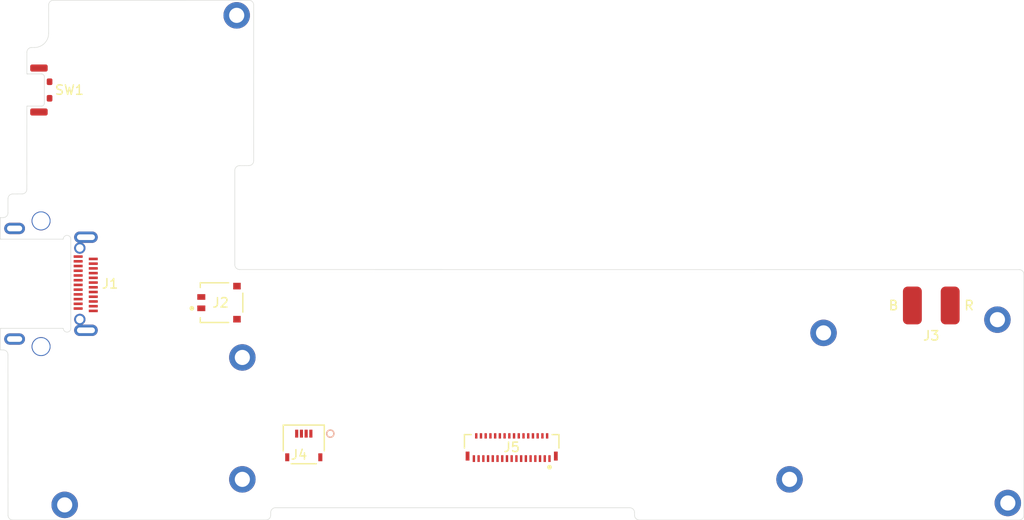
<source format=kicad_pcb>
(kicad_pcb (version 20201002) (generator pcbnew)

  (general
    (thickness 0.8)
  )

  (paper "A4")
  (layers
    (0 "F.Cu" signal)
    (1 "In1.Cu" signal)
    (2 "In2.Cu" signal)
    (31 "B.Cu" signal)
    (32 "B.Adhes" user "B.Adhesive")
    (33 "F.Adhes" user "F.Adhesive")
    (34 "B.Paste" user)
    (35 "F.Paste" user)
    (36 "B.SilkS" user "B.Silkscreen")
    (37 "F.SilkS" user "F.Silkscreen")
    (38 "B.Mask" user)
    (39 "F.Mask" user)
    (40 "Dwgs.User" user "User.Drawings")
    (41 "Cmts.User" user "User.Comments")
    (42 "Eco1.User" user "User.Eco1")
    (43 "Eco2.User" user "User.Eco2")
    (44 "Edge.Cuts" user)
    (45 "Margin" user)
    (46 "B.CrtYd" user "B.Courtyard")
    (47 "F.CrtYd" user "F.Courtyard")
    (48 "B.Fab" user)
    (49 "F.Fab" user)
    (50 "User.1" user)
    (51 "User.2" user)
    (52 "User.3" user)
    (53 "User.4" user)
    (54 "User.5" user)
    (55 "User.6" user)
    (56 "User.7" user)
    (57 "User.8" user)
    (58 "User.9" user)
  )

  (setup
    (stackup
      (layer "F.SilkS" (type "Top Silk Screen"))
      (layer "F.Paste" (type "Top Solder Paste"))
      (layer "F.Mask" (type "Top Solder Mask") (color "Green") (thickness 0.01))
      (layer "F.Cu" (type "copper") (thickness 0.035))
      (layer "dielectric 1" (type "core") (thickness 0.213333) (material "FR4") (epsilon_r 4.5) (loss_tangent 0.02))
      (layer "In1.Cu" (type "copper") (thickness 0.035))
      (layer "dielectric 2" (type "prepreg") (thickness 0.213333) (material "FR4") (epsilon_r 4.5) (loss_tangent 0.02))
      (layer "In2.Cu" (type "copper") (thickness 0.035))
      (layer "dielectric 3" (type "core") (thickness 0.213333) (material "FR4") (epsilon_r 4.5) (loss_tangent 0.02))
      (layer "B.Cu" (type "copper") (thickness 0.035))
      (layer "B.Mask" (type "Bottom Solder Mask") (color "Green") (thickness 0.01))
      (layer "B.Paste" (type "Bottom Solder Paste"))
      (layer "B.SilkS" (type "Bottom Silk Screen"))
      (copper_finish "None")
      (dielectric_constraints no)
    )
    (pcbplotparams
      (layerselection 0x00010fc_ffffffff)
      (disableapertmacros false)
      (usegerberextensions false)
      (usegerberattributes true)
      (usegerberadvancedattributes true)
      (creategerberjobfile true)
      (svguseinch false)
      (svgprecision 6)
      (excludeedgelayer true)
      (plotframeref false)
      (viasonmask false)
      (mode 1)
      (useauxorigin false)
      (hpglpennumber 1)
      (hpglpenspeed 20)
      (hpglpendiameter 15.000000)
      (psnegative false)
      (psa4output false)
      (plotreference true)
      (plotvalue true)
      (plotinvisibletext false)
      (sketchpadsonfab false)
      (subtractmaskfromsilk false)
      (outputformat 1)
      (mirror false)
      (drillshape 1)
      (scaleselection 1)
      (outputdirectory "")
    )
  )


  (net 0 "")
  (net 1 "Net-(J1-PadS1)")
  (net 2 "Net-(J1-PadA1)")
  (net 3 "Net-(J1-PadB11)")
  (net 4 "Net-(J1-PadB10)")
  (net 5 "Net-(J1-PadA4)")
  (net 6 "Net-(J1-PadB8)")
  (net 7 "Net-(J1-PadB7)")
  (net 8 "Net-(J1-PadB6)")
  (net 9 "Net-(J1-PadB5)")
  (net 10 "Net-(J1-PadB3)")
  (net 11 "Net-(J1-PadB2)")
  (net 12 "Net-(J1-PadA11)")
  (net 13 "Net-(J1-PadA10)")
  (net 14 "Net-(J1-PadA8)")
  (net 15 "Net-(J1-PadA7)")
  (net 16 "Net-(J1-PadA6)")
  (net 17 "Net-(J1-PadA5)")
  (net 18 "Net-(J1-PadA3)")
  (net 19 "Net-(J1-PadA2)")
  (net 20 "GND")
  (net 21 "VBattery")
  (net 22 "Speaker_R")
  (net 23 "Speaker_B")
  (net 24 "Net-(J4-Pad4)")
  (net 25 "Net-(J4-Pad3)")
  (net 26 "Net-(J4-Pad2)")
  (net 27 "Net-(J4-Pad1)")
  (net 28 "Net-(J5-Pad32)")
  (net 29 "Net-(J5-Pad30)")
  (net 30 "Net-(J5-Pad28)")
  (net 31 "Net-(J5-Pad26)")
  (net 32 "Net-(J5-Pad33)")
  (net 33 "Net-(J5-Pad31)")
  (net 34 "Net-(J5-Pad29)")
  (net 35 "Net-(J5-Pad27)")
  (net 36 "Net-(J5-Pad15)")
  (net 37 "Net-(J5-Pad13)")
  (net 38 "Net-(J5-Pad11)")
  (net 39 "Net-(J5-Pad9)")
  (net 40 "Net-(J5-Pad7)")
  (net 41 "Net-(J5-Pad5)")
  (net 42 "Net-(J5-Pad3)")
  (net 43 "Net-(J5-Pad1)")
  (net 44 "Net-(J5-Pad2)")
  (net 45 "Net-(J5-Pad6)")
  (net 46 "Net-(J5-Pad8)")
  (net 47 "Net-(J5-Pad10)")
  (net 48 "Net-(J5-Pad12)")
  (net 49 "Net-(J5-Pad14)")
  (net 50 "Net-(J5-Pad16)")
  (net 51 "Net-(J5-Pad4)")
  (net 52 "Net-(J5-Pad17)")
  (net 53 "Net-(J5-Pad18)")
  (net 54 "Net-(J5-Pad20)")
  (net 55 "Net-(J5-Pad22)")
  (net 56 "Net-(J5-Pad24)")
  (net 57 "Net-(J5-Pad19)")
  (net 58 "Net-(J5-Pad21)")
  (net 59 "Net-(J5-Pad23)")
  (net 60 "Net-(J5-Pad25)")
  (net 61 "PwrBtn_2")
  (net 62 "PwrBtn_1")

  (module "MountingHole:MountingHole_2.2mm_M2_DIN965_Pad" (layer "F.Cu") (tedit 5FC508D8) (tstamp 060c6247-1eb8-4259-9b87-26ff00c4eb7e)
    (at 113.9 46.3)
    (descr "Mounting Hole 2.2mm, M2, DIN965")
    (tags "mounting hole 2.2mm m2 din965")
    (attr exclude_from_pos_files exclude_from_bom)
    (fp_text reference "REF**" (at 0 -2.9) (layer "F.SilkS") hide
      (effects (font (size 1 1) (thickness 0.15)))
      (tstamp 01a95c3a-f60e-4c33-8ea0-f58ebc38d350)
    )
    (fp_text value "MountingHole_2.2mm_M2_DIN965_Pad" (at 0 2.9) (layer "F.Fab") hide
      (effects (font (size 1 1) (thickness 0.15)))
      (tstamp 3c6967c0-f107-487e-a414-8351c2c900ee)
    )
    (fp_text user "${REFERENCE}" (at 0.3 0) (layer "F.Fab") hide
      (effects (font (size 1 1) (thickness 0.15)))
      (tstamp 93d57649-7702-4242-aca1-67b23ae8286a)
    )
    (fp_circle (center 0 0) (end 1.4 0) (layer "Cmts.User") (width 0.15) (tstamp 172d9a51-ba0d-497e-ab61-59b847c05462))
    (fp_circle (center 0 0) (end 1.5 0) (layer "F.CrtYd") (width 0.05) (tstamp 7d49d632-c056-4ae4-a409-7c800e5c394b))
    (pad "1" thru_hole circle (at 0 0) (size 2.8 2.8) (drill 1.6) (layers *.Cu *.Mask) (tstamp 235d7515-4786-4d9e-b8ff-0d28c3e379b2))
  )

  (module "MountingHole:MountingHole_2.2mm_M2_DIN965_Pad" (layer "F.Cu") (tedit 5FC508D8) (tstamp 08a3a79a-7c1b-4b15-8d51-2c4870094b10)
    (at 172.4 95.4)
    (descr "Mounting Hole 2.2mm, M2, DIN965")
    (tags "mounting hole 2.2mm m2 din965")
    (attr exclude_from_pos_files exclude_from_bom)
    (fp_text reference "REF**" (at 0 -2.9) (layer "F.SilkS") hide
      (effects (font (size 1 1) (thickness 0.15)))
      (tstamp f2526bd3-6893-40ce-9950-39fea3a5492a)
    )
    (fp_text value "MountingHole_2.2mm_M2_DIN965_Pad" (at 0 2.9) (layer "F.Fab") hide
      (effects (font (size 1 1) (thickness 0.15)))
      (tstamp 08cca925-aab6-42b1-b641-e8a8172bff75)
    )
    (fp_text user "${REFERENCE}" (at 0.3 0) (layer "F.Fab") hide
      (effects (font (size 1 1) (thickness 0.15)))
      (tstamp ddb70976-7aa2-4f5b-b601-865268c5681c)
    )
    (fp_circle (center 0 0) (end 1.4 0) (layer "Cmts.User") (width 0.15) (tstamp b5e98625-d5cc-4535-aeba-32a7a03f50ac))
    (fp_circle (center 0 0) (end 1.5 0) (layer "F.CrtYd") (width 0.05) (tstamp efe9a9a1-22cb-4d81-98c1-8b2a79c721c9))
    (pad "1" thru_hole circle (at 0 0) (size 2.8 2.8) (drill 1.6) (layers *.Cu *.Mask) (tstamp 9c9eafd3-43e8-4782-8264-a3d4e70e1b79))
  )

  (module "MountingHole:MountingHole_2.2mm_M2_DIN965_Pad" (layer "F.Cu") (tedit 5FC508D8) (tstamp 12008c04-4fb4-4588-b6f3-84faf86152e1)
    (at 114.5 82.5)
    (descr "Mounting Hole 2.2mm, M2, DIN965")
    (tags "mounting hole 2.2mm m2 din965")
    (attr exclude_from_pos_files exclude_from_bom)
    (fp_text reference "REF**" (at 0 -2.9) (layer "F.SilkS") hide
      (effects (font (size 1 1) (thickness 0.15)))
      (tstamp 4bf1c813-085c-4179-9251-1ac88e5d4544)
    )
    (fp_text value "MountingHole_2.2mm_M2_DIN965_Pad" (at 0 2.9) (layer "F.Fab") hide
      (effects (font (size 1 1) (thickness 0.15)))
      (tstamp 888db0b7-dbe1-49f8-be99-3f2230edf5a8)
    )
    (fp_text user "${REFERENCE}" (at 0.3 0) (layer "F.Fab") hide
      (effects (font (size 1 1) (thickness 0.15)))
      (tstamp f29b8101-6868-473c-adab-081100f71480)
    )
    (fp_circle (center 0 0) (end 1.4 0) (layer "Cmts.User") (width 0.15) (tstamp e8534b97-7e34-4ef8-bfa8-319421edce07))
    (fp_circle (center 0 0) (end 1.5 0) (layer "F.CrtYd") (width 0.05) (tstamp de30ef00-6db6-47c2-8ce7-323523a98e0f))
    (pad "1" thru_hole circle (at 0 0) (size 2.8 2.8) (drill 1.6) (layers *.Cu *.Mask) (tstamp 7bdbd7c0-532d-47f0-a93c-823a5b25fffb))
  )

  (module "game-watch:Molex-502078-3310-Manufacturer_Recommended" (layer "F.Cu") (tedit 5FC8DF35) (tstamp 137381ad-c549-4ac4-b00e-a0545406dc15)
    (at 143 92)
    (property "Sheet file" "")
    (property "Sheet name" "")
    (path "/1e6af4e2-ca71-4e87-a526-f03e35ed0267")
    (attr through_hole)
    (fp_text reference "J5" (at 0 0) (layer "F.SilkS")
      (effects (font (size 1 1) (thickness 0.15)))
      (tstamp 14473617-8adc-4799-807a-efd3025dcde0)
    )
    (fp_text value "Display_33" (at 0 3.5) (layer "F.SilkS") hide
      (effects (font (size 1.27 1.27) (thickness 0.15)))
      (tstamp e02a3902-b346-400c-a5c3-dbd6d6321081)
    )
    (fp_line (start 4.275 -1.337501) (end 4.999721 -1.337501) (layer "F.SilkS") (width 0.15) (tstamp 1426a6f5-dca5-4ecc-96c0-b013cb0665ca))
    (fp_line (start 4.999721 0.084003) (end 4.999721 -1.337501) (layer "F.SilkS") (width 0.15) (tstamp 323ff677-afb5-4bfa-95ed-d7bd75a469cc))
    (fp_line (start -4.999998 0.084003) (end -4.999998 -1.337501) (layer "F.SilkS") (width 0.15) (tstamp 57e968ea-2d45-42e1-bcc7-e1e911ef8a1f))
    (fp_line (start -4.999998 -1.337501) (end -4.274995 -1.337501) (layer "F.SilkS") (width 0.15) (tstamp f2932e84-01d7-469f-92c4-ceb89569fc36))
    (fp_circle (center 4.000002 2.112002) (end 4.125003 2.112002) (layer "F.SilkS") (width 0.249999) (tstamp 6177f393-4e29-4575-8360-3b204e15ca65))
    (fp_line (start 5.025003 -1.511996) (end 5.025003 -1.511996) (layer "F.CrtYd") (width 0.15) (tstamp 2c90ad4a-f121-4c15-b1e2-6ec4557b1e3f))
    (fp_line (start 5.025003 1.587002) (end 5.025003 -1.511996) (layer "F.CrtYd") (width 0.15) (tstamp 33ed3d7b-f8f6-4ca3-b091-410dcda29e9a))
    (fp_line (start 5.025003 -1.511996) (end -5.024999 -1.511996) (layer "F.CrtYd") (width 0.15) (tstamp 34942c42-742c-4bec-925a-8fcb9a1a5cdd))
    (fp_line (start -5.024999 -1.511996) (end -5.024999 1.587002) (layer "F.CrtYd") (width 0.15) (tstamp 4c038615-f5e0-406e-a59e-33b8d8ce29ed))
    (fp_line (start -5.024999 1.587002) (end 5.025003 1.587002) (layer "F.CrtYd") (width 0.15) (tstamp a027e2e9-3a27-498c-b786-a257101f7cb2))
    (fp_line (start -4.999858 1.412499) (end 4.999721 1.412499) (layer "F.Fab") (width 0.1) (tstamp 11c54edc-363c-4212-b48d-5fde6226f1c5))
    (fp_line (start 4.274652 -1.337503) (end 4.99967 -1.337503) (layer "F.Fab") (width 0.1) (tstamp 4b272a54-bd42-400d-942b-1651c4b464eb))
    (fp_line (start -5.000203 -1.337584) (end -5 -1.337788) (layer "F.Fab") (width 0.1) (tstamp 5df2bdb6-f24f-4c06-90a3-43db767a9473))
    (fp_line (start -5.000203 1.412154) (end -5.000203 -1.337584) (layer "F.Fab") (width 0.1) (tstamp 5fbb6639-22eb-431c-95fd-36a65113e4ef))
    (fp_line (start -5.000203 1.412154) (end -4.999858 1.412499) (layer "F.Fab") (width 0.1) (tstamp 79e58815-2bb3-48db-ba8c-e8fe21b0c09b))
    (fp_line (start -5.000203 -1.337584) (end -4.275379 -1.337584) (layer "F.Fab") (width 0.1) (tstamp 937c6e04-fa32-48bf-842f-6998fc9b5efc))
    (fp_line (start 4.999721 1.412499) (end 4.999721 -1.337788) (layer "F.Fab") (width 0.1) (tstamp a2c2f3c0-48b7-4db4-8646-a4b0845cf900))
    (fp_line (start -4.275379 -1.187541) (end -4.275379 -1.337584) (layer "F.Fab") (width 0.1) (tstamp c5c13979-69d2-4a61-b66a-1fe34d075132))
    (fp_line (start -4.275379 -1.187541) (end 4.274652 -1.187541) (layer "F.Fab") (width 0.1) (tstamp db64a389-4156-4fb1-a1fc-b7da1d669b9a))
    (fp_line (start 4.274652 -1.187541) (end 4.274652 -1.337503) (layer "F.Fab") (width 0.1) (tstamp f57709ad-7554-40ea-9664-c9f25fce8926))
    (pad "1" smd rect (at 4.000001 1.2025) (size 0.249999 0.720001) (layers "F.Cu" "F.Paste" "F.Mask")
      (net 43 "Net-(J5-Pad1)") (pinfunction "Pin_1") (tstamp 93eb82c3-d72a-4189-89b9-a8668df263d6))
    (pad "2" smd rect (at 3.75 -1.2025) (size 0.249999 0.569999) (layers "F.Cu" "F.Paste" "F.Mask")
      (net 44 "Net-(J5-Pad2)") (pinfunction "Pin_2") (tstamp 6c2e901e-203c-430c-a774-1f79280393c9))
    (pad "3" smd rect (at 3.500003 1.2025) (size 0.249999 0.720001) (layers "F.Cu" "F.Paste" "F.Mask")
      (net 42 "Net-(J5-Pad3)") (pinfunction "Pin_3") (tstamp dc69949c-3c1a-4ff8-904c-430150957da7))
    (pad "4" smd rect (at 3.250001 -1.2025) (size 0.249999 0.569999) (layers "F.Cu" "F.Paste" "F.Mask")
      (net 51 "Net-(J5-Pad4)") (pinfunction "Pin_4") (tstamp cbd068e2-fd4b-4bc9-9eb8-befd9e890c52))
    (pad "5" smd rect (at 3.000002 1.2025) (size 0.249999 0.720001) (layers "F.Cu" "F.Paste" "F.Mask")
      (net 41 "Net-(J5-Pad5)") (pinfunction "Pin_5") (tstamp 986a8a6a-9624-4d6d-92bd-0426283b8c41))
    (pad "6" smd rect (at 2.75 -1.2025) (size 0.249999 0.569999) (layers "F.Cu" "F.Paste" "F.Mask")
      (net 45 "Net-(J5-Pad6)") (pinfunction "Pin_6") (tstamp 0e442162-79b9-42ce-9a3b-af6119fd7151))
    (pad "7" smd rect (at 2.500003 1.2025) (size 0.249999 0.720001) (layers "F.Cu" "F.Paste" "F.Mask")
      (net 40 "Net-(J5-Pad7)") (pinfunction "Pin_7") (tstamp 5da03bef-0152-493f-8957-f3883f8b971b))
    (pad "8" smd rect (at 2.250001 -1.2025) (size 0.249999 0.569999) (layers "F.Cu" "F.Paste" "F.Mask")
      (net 46 "Net-(J5-Pad8)") (pinfunction "Pin_8") (tstamp 46f097bf-c02f-4792-bc30-e9b89ef11cba))
    (pad "9" smd rect (at 2.000004 1.2025) (size 0.249999 0.720001) (layers "F.Cu" "F.Paste" "F.Mask")
      (net 39 "Net-(J5-Pad9)") (pinfunction "Pin_9") (tstamp e83a6d84-7a29-4e6b-aa70-b2c7ba6fe229))
    (pad "10" smd rect (at 1.749999 -1.2025) (size 0.249999 0.569999) (layers "F.Cu" "F.Paste" "F.Mask")
      (net 47 "Net-(J5-Pad10)") (pinfunction "Pin_10") (tstamp 7adfda9a-186d-4a62-954e-7a45b2beac95))
    (pad "11" smd rect (at 1.500002 1.2025) (size 0.249999 0.720001) (layers "F.Cu" "F.Paste" "F.Mask")
      (net 38 "Net-(J5-Pad11)") (pinfunction "Pin_11") (tstamp a7b51349-194d-4443-b39e-a1a441f84791))
    (pad "12" smd rect (at 1.25 -1.2025) (size 0.249999 0.569999) (layers "F.Cu" "F.Paste" "F.Mask")
      (net 48 "Net-(J5-Pad12)") (pinfunction "Pin_12") (tstamp 61da0cd3-4a9d-4a27-8be5-fe1514e01c35))
    (pad "13" smd rect (at 1.000002 1.2025) (size 0.249999 0.720001) (layers "F.Cu" "F.Paste" "F.Mask")
      (net 37 "Net-(J5-Pad13)") (pinfunction "Pin_13") (tstamp e33dfd3a-47e9-4946-a8dc-6f34c0461ba6))
    (pad "14" smd rect (at 0.750001 -1.2025) (size 0.249999 0.569999) (layers "F.Cu" "F.Paste" "F.Mask")
      (net 49 "Net-(J5-Pad14)") (pinfunction "Pin_14") (tstamp 82a4740d-7168-4eb5-90c6-7637a4bec6bc))
    (pad "15" smd rect (at 0.500002 1.2025) (size 0.249999 0.720001) (layers "F.Cu" "F.Paste" "F.Mask")
      (net 36 "Net-(J5-Pad15)") (pinfunction "Pin_15") (tstamp f1353b7a-b6e8-4f5f-8bb7-5c12e265cdcb))
    (pad "16" smd rect (at 0.249999 -1.2025) (size 0.249999 0.569999) (layers "F.Cu" "F.Paste" "F.Mask")
      (net 50 "Net-(J5-Pad16)") (pinfunction "Pin_16") (tstamp 5c344d0d-0cab-4bf3-8e26-75d0d599a7c1))
    (pad "17" smd rect (at 0.000004 1.2025) (size 0.249999 0.720001) (layers "F.Cu" "F.Paste" "F.Mask")
      (net 52 "Net-(J5-Pad17)") (pinfunction "Pin_17") (tstamp 8899dadb-8c6e-4ccd-bbde-1e3d76aeb8d2))
    (pad "18" smd rect (at -0.249999 -1.2025) (size 0.249999 0.569999) (layers "F.Cu" "F.Paste" "F.Mask")
      (net 53 "Net-(J5-Pad18)") (pinfunction "Pin_18") (tstamp 404f6ca8-30a7-4648-991f-a7361ee38cc7))
    (pad "19" smd rect (at -0.499996 1.2025) (size 0.249999 0.720001) (layers "F.Cu" "F.Paste" "F.Mask")
      (net 57 "Net-(J5-Pad19)") (pinfunction "Pin_19") (tstamp 4bc2a684-0def-4317-bc1d-78c563496bca))
    (pad "20" smd rect (at -0.749999 -1.2025) (size 0.249999 0.569999) (layers "F.Cu" "F.Paste" "F.Mask")
      (net 54 "Net-(J5-Pad20)") (pinfunction "Pin_20") (tstamp 83ddf4e1-265f-48c4-93f9-5af75393be9c))
    (pad "21" smd rect (at -0.999998 1.2025) (size 0.249999 0.720001) (layers "F.Cu" "F.Paste" "F.Mask")
      (net 58 "Net-(J5-Pad21)") (pinfunction "Pin_21") (tstamp 0743743c-d4f5-4377-9149-f6fe20baf1c9))
    (pad "22" smd rect (at -1.25 -1.2025) (size 0.249999 0.569999) (layers "F.Cu" "F.Paste" "F.Mask")
      (net 55 "Net-(J5-Pad22)") (pinfunction "Pin_22") (tstamp 2a74554f-ccf8-40ea-aca2-6c496ae57e3c))
    (pad "23" smd rect (at -1.499997 1.2025) (size 0.249999 0.720001) (layers "F.Cu" "F.Paste" "F.Mask")
      (net 59 "Net-(J5-Pad23)") (pinfunction "Pin_23") (tstamp 879fc846-a8e8-41ed-a1e2-7ebddadfa9fb))
    (pad "24" smd rect (at -1.749999 -1.2025) (size 0.249999 0.569999) (layers "F.Cu" "F.Paste" "F.Mask")
      (net 56 "Net-(J5-Pad24)") (pinfunction "Pin_24") (tstamp b124db09-4173-4613-915e-f7ced706f67a))
    (pad "25" smd rect (at -1.999996 1.2025) (size 0.249999 0.720001) (layers "F.Cu" "F.Paste" "F.Mask")
      (net 60 "Net-(J5-Pad25)") (pinfunction "Pin_25") (tstamp 2e7cfb9e-56e0-4411-94b2-ff69791b2005))
    (pad "26" smd rect (at -2.249998 -1.2025) (size 0.249999 0.569999) (layers "F.Cu" "F.Paste" "F.Mask")
      (net 31 "Net-(J5-Pad26)") (pinfunction "Pin_26") (tstamp 065e3aa4-a5a6-4192-b103-00efdaba572c))
    (pad "27" smd rect (at -2.499998 1.2025) (size 0.249999 0.720001) (layers "F.Cu" "F.Paste" "F.Mask")
      (net 35 "Net-(J5-Pad27)") (pinfunction "Pin_27") (tstamp ed728399-8316-4a70-8017-0b232d7dfe94))
    (pad "28" smd rect (at -2.75 -1.2025) (size 0.249999 0.569999) (layers "F.Cu" "F.Paste" "F.Mask")
      (net 30 "Net-(J5-Pad28)") (pinfunction "Pin_28") (tstamp 5b292722-80fc-4539-b429-37fc74c67ef0))
    (pad "29" smd rect (at -2.999999 1.2025) (size 0.249999 0.720001) (layers "F.Cu" "F.Paste" "F.Mask")
      (net 34 "Net-(J5-Pad29)") (pinfunction "Pin_29") (tstamp b2a09496-e60f-4da3-90d6-4988756a1760))
    (pad "30" smd rect (at -3.249999 -1.2025) (size 0.249999 0.569999) (layers "F.Cu" "F.Paste" "F.Mask")
      (net 29 "Net-(J5-Pad30)") (pinfunction "Pin_30") (tstamp 7fd5d3d9-3ddb-4b17-8ac3-995c64ae8ec5))
    (pad "31" smd rect (at -3.499998 1.2025) (size 0.249999 0.720001) (layers "F.Cu" "F.Paste" "F.Mask")
      (net 33 "Net-(J5-Pad31)") (pinfunction "Pin_31") (tstamp f06b3ee9-3f55-4ea6-83ff-8a73f18b73e9))
    (pad "32" smd rect (at -3.75 -1.2025) (size 0.249999 0.569999) (layers "F.Cu" "F.Paste" "F.Mask")
      (net 28 "Net-(J5-Pad32)") (pinfunction "Pin_32") (tstamp 1dd04289-2791-4c7a-980e-565e445841f5))
    (pad "33" smd rect (at -3.999997 1.2025) (size 0.249999 0.720001) (layers "F.Cu" "F.Paste" "F.Mask")
      (net 32 "Net-(J5-Pad33)") (pinfunction "Pin_33") (tstamp 546b3cdf-5cb6-4546-bf1a-57528e7487c2))
    (pad "MP1" smd rect (at 4.670003 0.937499) (size 0.399999 0.950001) (layers "F.Cu" "F.Paste" "F.Mask") (tstamp 0f189aa3-230f-4070-bc15-db47645f4345))
    (pad "MP2" smd rect (at -4.669998 0.937499) (size 0.399999 0.950001) (layers "F.Cu" "F.Paste" "F.Mask") (tstamp d35a6cec-c2a3-4434-924a-7a05e24d277d))
    (model "${KIPRJMOD}/game-watch.pretty/5020783310.stp"
      (offset (xyz -0 0 0.5))
      (scale (xyz 1 1 1))
      (rotate (xyz -90 0 0))
    )
  )

  (module "MountingHole:MountingHole_2.1mm" (layer "F.Cu") (tedit 5FC50F5F) (tstamp 2c0f31dc-c095-4aef-b3b4-10a1b38d6a36)
    (at 93.6 62.5)
    (descr "Mounting Hole 2.1mm, no annular")
    (tags "mounting hole 2.1mm no annular")
    (attr exclude_from_pos_files exclude_from_bom)
    (fp_text reference "REF**" (at 0 -3.2) (layer "F.SilkS") hide
      (effects (font (size 1 1) (thickness 0.15)))
      (tstamp 55194bf0-2468-4333-82b8-ecdba7262af4)
    )
    (fp_text value "MountingHole_1.2" (at 0 3.2) (layer "F.Fab") hide
      (effects (font (size 1 1) (thickness 0.15)))
      (tstamp 46081be6-bd9f-45dd-b91d-2235797e3b91)
    )
    (fp_text user "${REFERENCE}" (at 0.3 0) (layer "F.Fab") hide
      (effects (font (size 1 1) (thickness 0.15)))
      (tstamp 3303b6a6-2bb5-4f12-9b83-462d20eb503d)
    )
    (fp_circle (center 0 0) (end 0.7 0) (layer "Cmts.User") (width 0.15) (tstamp cf9b5a12-b6bf-41bc-83ef-8a88ac2d5a43))
    (fp_circle (center 0 0) (end 0.75 0) (layer "F.CrtYd") (width 0.05) (tstamp 4b359bc6-5199-41cc-bf72-685b0b0a0d75))
    (pad "" np_thru_hole circle (at 0 0) (size 1.2 1.2) (drill 1.2) (layers F&B.Cu *.Mask) (tstamp cfa575c9-7990-4b4d-b298-d3bbea1cc455))
  )

  (module "game-watch:SKSLLAE010" (layer "F.Cu") (tedit 5FC75B42) (tstamp 4da5086c-5b62-42dc-81d2-885773345986)
    (at 91.8 54.2 -90)
    (property "Sheet file" "")
    (property "Sheet name" "")
    (path "/ecdf8947-0b8a-48c7-bdc6-a5b5f65229ae")
    (attr through_hole)
    (fp_text reference "SW1" (at 0 -4.4 unlocked) (layer "F.SilkS")
      (effects (font (size 1 1) (thickness 0.15)))
      (tstamp 753516cb-5ca5-4691-bcaf-d7a82c30dee7)
    )
    (fp_text value "Power Button" (at 0 -5.8 -90 unlocked) (layer "F.Fab") hide
      (effects (font (size 1 1) (thickness 0.15)))
      (tstamp f16342f0-ae21-4527-87a7-801e624820b8)
    )
    (fp_text user "${REF}" (at 0 -4.3 -90 unlocked) (layer "F.Fab") hide
      (effects (font (size 1 1) (thickness 0.15)))
      (tstamp be873065-11d3-4407-968c-9519bc0c21cc)
    )
    (fp_line (start -1.4 -1.75) (end 1.4 -1.75) (layer "Edge.Cuts") (width 0.05) (tstamp ae441458-c152-4ed4-82e9-5e76b3235e87))
    (fp_line (start -1.7 -1.45) (end -1.7 0) (layer "Edge.Cuts") (width 0.05) (tstamp b73abed8-d49c-408d-8beb-1739165ba256))
    (fp_line (start 1.7 -1.45) (end 1.7 0) (layer "Edge.Cuts") (width 0.05) (tstamp d2c83f65-4e10-4247-850d-83e97d77f46d))
    (fp_arc (start 1.4 -1.45) (end 1.7 -1.45) (angle -90) (layer "Edge.Cuts") (width 0.05) (tstamp 7623c4aa-9855-4eea-8a7f-b2c4890b499b))
    (fp_arc (start -1.4 -1.45) (end -1.4 -1.75) (angle -90) (layer "Edge.Cuts") (width 0.05) (tstamp a44e826f-9635-46a5-bcdc-d616bb365857))
    (pad "1" smd roundrect (at -0.875 -2.3 270) (size 0.7 0.6) (layers "F.Cu" "F.Paste" "F.Mask") (roundrect_rratio 0.25)
      (net 62 "PwrBtn_1") (pinfunction "A") (tstamp bf06bdb2-a5fd-4956-8173-d03a91b714f1))
    (pad "2" smd roundrect (at 0.875 -2.3 270) (size 0.7 0.6) (layers "F.Cu" "F.Paste" "F.Mask") (roundrect_rratio 0.25)
      (net 61 "PwrBtn_2") (pinfunction "B") (tstamp 20eef068-1a15-473f-93e0-32da24c3ed42))
    (pad "MH" smd roundrect (at 2.325 -1.175 270) (size 0.75 1.85) (layers "F.Cu" "F.Paste" "F.Mask") (roundrect_rratio 0.25) (tstamp 63314847-9fb6-4913-bb32-b23f52728dae))
    (pad "MH" smd roundrect (at -2.325 -1.175 270) (size 0.75 1.85) (layers "F.Cu" "F.Paste" "F.Mask") (roundrect_rratio 0.25) (tstamp 8c2b64c5-ea2c-4405-a55e-01f203bbf75d))
    (model "${KIPRJMOD}/game-watch.pretty/SKSLLA.STEP"
      (offset (xyz 0 0.1 0.5))
      (scale (xyz 1 1 1))
      (rotate (xyz -90 0 0))
    )
  )

  (module "game-watch:2328702-4" (layer "F.Cu") (tedit 5FC8DFA3) (tstamp 5c6149b1-d2b6-453e-bcae-4108e7b11d36)
    (at 121 91.7)
    (property "Sheet file" "")
    (property "Sheet name" "")
    (path "/be029947-1bf3-4611-8e80-568ad3377d90")
    (attr through_hole)
    (fp_text reference "J4" (at -0.5 1.1) (layer "F.SilkS")
      (effects (font (size 1 1) (thickness 0.15)))
      (tstamp cba08f9c-19e0-4ef7-b774-0e0a3d3c84a3)
    )
    (fp_text value "Display_4" (at 0 -1.1377) (layer "F.SilkS") hide
      (effects (font (size 1 1) (thickness 0.15)))
      (tstamp 9ef0e670-2045-4e75-b466-663ebd9179e7)
    )
    (fp_text user "Copyright 2016 Accelerated Designs. All rights reserved." (at 0 0) (layer "Cmts.User") hide
      (effects (font (size 0.127 0.127) (thickness 0.002)))
      (tstamp d165667d-34f5-4977-82e5-cae6bbc2dafe)
    )
    (fp_circle (center 2.8067 -1.1377) (end 3.1877 -1.1377) (layer "B.SilkS") (width 0.1524) (tstamp 34fdc5a0-dc4d-4aba-a27d-7ac1b328625d))
    (fp_line (start -1.330657 2.044699) (end 1.330657 2.044699) (layer "F.SilkS") (width 0.1524) (tstamp 2b0112fb-4701-4341-998e-a371dfe609f7))
    (fp_line (start 2.1717 0.681737) (end 2.1717 -2.0447) (layer "F.SilkS") (width 0.1524) (tstamp 513e947b-8849-471c-9c99-fac303d961f6))
    (fp_line (start 2.1717 -2.0447) (end -2.1717 -2.0447) (layer "F.SilkS") (width 0.1524) (tstamp 8e67fa69-d7cf-4654-8087-42b64ddb79fb))
    (fp_line (start -2.1717 -2.0447) (end -2.1717 0.681737) (layer "F.SilkS") (width 0.1524) (tstamp eabc0105-3469-412c-ba64-040d4ddccd81))
    (fp_circle (center 2.8067 -1.1377) (end 3.1877 -1.1377) (layer "F.SilkS") (width 0.1524) (tstamp b1c8994b-30b1-4ee4-9e31-5555dc41a952))
    (fp_line (start -2.4231 -2.1717) (end -2.4231 2.171699) (layer "F.CrtYd") (width 0.1524) (tstamp 8a4cc666-0916-4bb3-8a47-ea888548c830))
    (fp_line (start -2.4231 2.171699) (end 2.4231 2.171699) (layer "F.CrtYd") (width 0.1524) (tstamp 8c7fc1c8-44a9-4811-99dd-134990c85ffb))
    (fp_line (start 2.4231 -2.1717) (end -2.4231 -2.1717) (layer "F.CrtYd") (width 0.1524) (tstamp cb6e0679-9cc8-4839-a14c-db50ff187595))
    (fp_line (start 2.4231 2.171699) (end 2.4231 -2.1717) (layer "F.CrtYd") (width 0.1524) (tstamp e1dd9bb7-f34a-48f7-b600-4e19b8956a32))
    (fp_line (start 2.0447 -1.9177) (end -2.0447 -1.9177) (layer "F.Fab") (width 0.1524) (tstamp 39cc2c50-ae85-43d3-b74c-11c5027f74d7))
    (fp_line (start -2.0447 1.917699) (end 2.0447 1.917699) (layer "F.Fab") (width 0.1524) (tstamp 999aa767-c4aa-442a-af90-c6a302c3c01b))
    (fp_line (start 2.0447 1.917699) (end 2.0447 -1.9177) (layer "F.Fab") (width 0.1524) (tstamp 9b8d9cb8-2afe-4728-933c-87f3fd7ab528))
    (fp_line (start -2.0447 -1.9177) (end -2.0447 1.917699) (layer "F.Fab") (width 0.1524) (tstamp f03a8304-4149-4d56-b861-51bbc4d5fd8d))
    (fp_circle (center 0.75 0.7673) (end 1.131 0.7673) (layer "F.Fab") (width 0.1524) (tstamp c638b698-bbdb-455b-9dba-bdd74b5b4b8e))
    (pad "1" smd rect (at 0.750001 -1.1377) (size 0.3302 0.8382) (layers "F.Cu" "F.Paste" "F.Mask")
      (net 27 "Net-(J4-Pad1)") (pinfunction "Pin_1") (tstamp 71a4bffe-5da0-43bc-a535-ec03f7f5f226))
    (pad "2" smd rect (at 0.25 -1.1377) (size 0.3302 0.8382) (layers "F.Cu" "F.Paste" "F.Mask")
      (net 26 "Net-(J4-Pad2)") (pinfunction "Pin_2") (tstamp 48c41ef5-d974-4130-b49f-ad649752d16e))
    (pad "3" smd rect (at -0.25 -1.1377) (size 0.3302 0.8382) (layers "F.Cu" "F.Paste" "F.Mask")
      (net 25 "Net-(J4-Pad3)") (pinfunction "Pin_3") (tstamp 32a3d9c2-efcb-4c3a-9a51-dc70a625fbd4))
    (pad "4" smd rect (at -0.750001 -1.1377) (size 0.3302 0.8382) (layers "F.Cu" "F.Paste" "F.Mask")
      (net 24 "Net-(J4-Pad4)") (pinfunction "Pin_4") (tstamp 8f3f7f1e-b09e-45cd-a5c4-963430f0d4c4))
    (pad "5" smd rect (at -1.750002 1.3623 90) (size 0.8382 0.4318) (layers "F.Cu" "F.Paste" "F.Mask") (tstamp ad010cf7-e223-4c30-aa9a-8d0bf561b17d))
    (pad "6" smd rect (at 1.750002 1.3623 90) (size 0.8382 0.4318) (layers "F.Cu" "F.Paste" "F.Mask") (tstamp 86ad5bfa-6042-4d75-bd82-29c62795db8a))
    (model "${KIPRJMOD}/game-watch.pretty/c-2328702-4-a-3d.stp"
      (offset (xyz 0 -1.75 0.5))
      (scale (xyz 1 1 1))
      (rotate (xyz -90 0 0))
    )
  )

  (module "MountingHole:MountingHole_2.2mm_M2_DIN965_Pad" (layer "F.Cu") (tedit 5FC508D8) (tstamp 6db48fc8-5a66-444f-94b4-44061598acf1)
    (at 195.5 97.9)
    (descr "Mounting Hole 2.2mm, M2, DIN965")
    (tags "mounting hole 2.2mm m2 din965")
    (attr exclude_from_pos_files exclude_from_bom)
    (fp_text reference "REF**" (at 0 -2.9) (layer "F.SilkS") hide
      (effects (font (size 1 1) (thickness 0.15)))
      (tstamp f77d8417-5789-43af-90a5-da33f82396a6)
    )
    (fp_text value "MountingHole_2.2mm_M2_DIN965_Pad" (at 0 2.9) (layer "F.Fab") hide
      (effects (font (size 1 1) (thickness 0.15)))
      (tstamp 94baa109-e6ca-41e6-92b1-666b25671789)
    )
    (fp_text user "${REFERENCE}" (at 0.3 0) (layer "F.Fab") hide
      (effects (font (size 1 1) (thickness 0.15)))
      (tstamp 5640b053-ffa1-4f62-a826-85118143196c)
    )
    (fp_circle (center 0 0) (end 1.4 0) (layer "Cmts.User") (width 0.15) (tstamp d43aeddd-b79b-44a0-80ff-e1b271f27037))
    (fp_circle (center 0 0) (end 1.5 0) (layer "F.CrtYd") (width 0.05) (tstamp cba04fd7-2f34-4585-90c0-785a6e0cb0d0))
    (pad "1" thru_hole circle (at 0 0) (size 2.8 2.8) (drill 1.6) (layers *.Cu *.Mask) (tstamp 49bcd59f-7450-47b2-a6a5-eb08bc24839c))
  )

  (module "game-watch:Molex-78171-0002-0" (layer "F.Cu") (tedit 5FC7525A) (tstamp 74be4cc1-17e1-41b5-8e0b-5f7c6b463de3)
    (at 112.3 76.7 90)
    (property "Sheet file" "")
    (property "Sheet name" "")
    (path "/d2716fa3-5dcf-4831-826f-779eaac4d1b3")
    (attr through_hole)
    (fp_text reference "J2" (at -0.01 -0.1 180) (layer "F.SilkS")
      (effects (font (size 1 1) (thickness 0.15)))
      (tstamp 7955421a-945f-4ac4-92a6-05377c825141)
    )
    (fp_text value "Battery" (at 0 0 90) (layer "F.SilkS") hide
      (effects (font (size 1.27 1.27) (thickness 0.15)))
      (tstamp 4f000c8c-962f-4a4c-ba74-d9babd65f386)
    )
    (fp_line (start 2.1 0.75) (end 2.1 -2.25) (layer "F.SilkS") (width 0.15) (tstamp 1efad7db-d4c4-4261-bd9a-1332d04f76d2))
    (fp_line (start 1 2.25) (end -1 2.25) (layer "F.SilkS") (width 0.15) (tstamp 3865825a-ca8a-4a90-8f57-8443a4287886))
    (fp_line (start -2.1 0.75) (end -2.1 -2.25) (layer "F.SilkS") (width 0.15) (tstamp 8c3f7166-fb22-4b7a-9425-ab59ec642efe))
    (fp_line (start -1.6 -2.25) (end -2.1 -2.25) (layer "F.SilkS") (width 0.15) (tstamp ba58352b-9720-4365-98e6-b9961439e555))
    (fp_line (start 1.6 -2.25) (end 2.1 -2.25) (layer "F.SilkS") (width 0.15) (tstamp f8b5659e-e22b-4954-9bb5-c46534fad8f7))
    (fp_circle (center -0.6 -3.145) (end -0.475 -3.145) (layer "F.SilkS") (width 0.25) (tstamp 5f81a780-a182-4521-97ef-b5a11e75ba81))
    (fp_line (start -2.225 2.475) (end 2.225 2.475) (layer "F.CrtYd") (width 0.15) (tstamp 20ee1cf0-064f-480b-a83d-49d51d7fd45c))
    (fp_line (start -2.225 -2.595) (end -2.225 2.475) (layer "F.CrtYd") (width 0.15) (tstamp 25ea8a2d-8132-4fa0-a592-67d456c62630))
    (fp_line (start 2.225 -2.595) (end 2.225 -2.595) (layer "F.CrtYd") (width 0.15) (tstamp 4d38ee12-6a7e-4e0c-b75c-06465b160c21))
    (fp_line (start 2.225 2.475) (end 2.225 -2.595) (layer "F.CrtYd") (width 0.15) (tstamp a7fc387a-c9f7-497c-ad73-aada07cd0cc2))
    (fp_line (start 2.225 -2.595) (end -2.225 -2.595) (layer "F.CrtYd") (width 0.15) (tstamp ec040032-7091-441c-a9a3-00421f91a52d))
    (fp_line (start 2.1 2.25) (end -2.1 2.25) (layer "F.Fab") (width 0.15) (tstamp 13b96a8e-b1c7-4d3f-b0d1-8242207ffe00))
    (fp_line (start -2.1 2.25) (end -2.1 -2.25) (layer "F.Fab") (width 0.15) (tstamp 4501b201-8aaf-4f55-82c0-f1f9f5e6c142))
    (fp_line (start 2.1 -2.25) (end 2.1 2.25) (layer "F.Fab") (width 0.15) (tstamp b71d36ea-21a7-46ab-adc3-9eb005c60250))
    (fp_line (start -2.1 -2.25) (end 2.1 -2.25) (layer "F.Fab") (width 0.15) (tstamp f35736d4-5648-4ffb-89dd-b7128cfd6289))
    (pad "1" smd rect (at -0.6 -2.145 90) (size 0.6 0.85) (layers "F.Cu" "F.Paste" "F.Mask")
      (net 21 "VBattery") (pinfunction "Pin_1") (tstamp 16a45385-3b4f-4731-b369-97a883bc6834))
    (pad "2" smd rect (at 0.6 -2.145 90) (size 0.6 0.85) (layers "F.Cu" "F.Paste" "F.Mask")
      (net 20 "GND") (pinfunction "Pin_2") (tstamp b1932862-d0df-42f5-af68-5aefd2221f33))
    (pad "3" smd rect (at -1.75 1.63 90) (size 0.7 0.8) (layers "F.Cu" "F.Paste" "F.Mask") (tstamp a3107733-b252-4a35-b7c2-ed8a54bfecf0))
    (pad "4" smd rect (at 1.75 1.63 90) (size 0.7 0.8) (layers "F.Cu" "F.Paste" "F.Mask") (tstamp 1b612d2f-5aca-42ff-aee1-45183065de3a))
    (model "${KIPRJMOD}/game-watch.pretty/Molex_-_78171-0002.step"
      (offset (xyz 0 0 0))
      (scale (xyz 1 1 1))
      (rotate (xyz 0 0 0))
    )
  )

  (module "game-watch:GaW-Speaker" (layer "F.Cu") (tedit 5FC8DB54) (tstamp 831a88ec-2b7d-487d-ab3e-9ddbd2a39fd9)
    (at 187.4 77)
    (property "Sheet file" "")
    (property "Sheet name" "")
    (path "/1273a827-1619-47fe-9e2e-8291d61c7fca")
    (attr through_hole)
    (fp_text reference "J3" (at 0 3.2 unlocked) (layer "F.SilkS")
      (effects (font (size 1 1) (thickness 0.15)))
      (tstamp 12716960-45c3-46bd-ac01-222cd8cf2007)
    )
    (fp_text value "Speaker" (at 0 -3.3 unlocked) (layer "F.Fab") hide
      (effects (font (size 1 1) (thickness 0.15)))
      (tstamp 58dc670e-3dba-4b11-affd-cadaed9bf0cc)
    )
    (fp_text user "R" (at 4 0 unlocked) (layer "F.SilkS")
      (effects (font (size 1 1) (thickness 0.15)))
      (tstamp 8b88a179-9b35-4202-aecf-8655e0ad9d11)
    )
    (fp_text user "B" (at -4 0 unlocked) (layer "F.SilkS")
      (effects (font (size 1 1) (thickness 0.15)))
      (tstamp c2e86d32-93ae-48aa-ad49-28ac4445082b)
    )
    (fp_text user "${REF}" (at 0 -5 unlocked) (layer "F.Fab") hide
      (effects (font (size 1 1) (thickness 0.15)))
      (tstamp 14801671-8541-48e9-849d-63ec603af455)
    )
    (pad "1" smd roundrect (at -2 0) (size 2 4) (layers "F.Cu" "F.Paste" "F.Mask") (roundrect_rratio 0.25)
      (net 23 "Speaker_B") (pinfunction "Pin_1") (tstamp 48e41ca1-867c-4b73-a2df-7799d5e3c310))
    (pad "2" smd roundrect (at 2 0) (size 2 4) (layers "F.Cu" "F.Paste" "F.Mask") (roundrect_rratio 0.25)
      (net 22 "Speaker_R") (pinfunction "Pin_2") (tstamp eb365475-303d-4331-9d77-417f8be00cc6))
  )

  (module "game-watch:DX07BN24JA2R1300" (layer "F.Cu") (tedit 5FC8DC24) (tstamp 927cde1c-c0e1-4521-add8-fda72dc68a0e)
    (at 98.4 74.7 -90)
    (property "Sheet file" "")
    (property "Sheet name" "")
    (path "/3f550a8e-8af6-48ff-ac9b-57cc91b123aa")
    (attr through_hole)
    (fp_text reference "J1" (at 0 -2.1 unlocked) (layer "F.SilkS")
      (effects (font (size 1 1) (thickness 0.15)))
      (tstamp 0ee5206d-0b93-471a-afb5-43a5ecd9fac1)
    )
    (fp_text value "USB" (at 0 -3.7 -90 unlocked) (layer "F.Fab") hide
      (effects (font (size 1 1) (thickness 0.15)))
      (tstamp 36f08bd0-f8b9-42be-8e97-763894fdff37)
    )
    (fp_text user "${REF}" (at 0 -2.2 -90 unlocked) (layer "F.Fab") hide
      (effects (font (size 1 1) (thickness 0.15)))
      (tstamp 23086cdc-ff75-47e0-9beb-1fe0ebaa08ea)
    )
    (fp_line (start -4.72 9.4) (end -4.72 2.85) (layer "Edge.Cuts") (width 0.05) (tstamp 2ab0e7ab-4a8a-4f41-9b56-c092cc83921b))
    (fp_line (start 4.72 9.4) (end 4.72 2.85) (layer "Edge.Cuts") (width 0.05) (tstamp c271a70a-7117-4940-b645-28c97033acdd))
    (fp_line (start -4.72 2.05) (end 4.72 2.05) (layer "Edge.Cuts") (width 0.05) (tstamp e16c294f-4367-4537-8cf7-fbf96276a0b3))
    (fp_arc (start -4.72 2.45) (end -4.72 2.05) (angle -180) (layer "Edge.Cuts") (width 0.05) (tstamp 4a6439e8-4a08-4e07-98cb-12401ccaef7b))
    (fp_arc (start 4.72 2.45) (end 4.72 2.05) (angle 180) (layer "Edge.Cuts") (width 0.05) (tstamp b07f80e8-6dfe-4fd1-8679-0a3d655827cf))
    (pad "" np_thru_hole circle (at -6.65 5.2 270) (size 2 2) (drill 1.8) (layers F&B.Cu *.Mask) (tstamp 0512eb3e-edda-403b-8438-48caac0e99de))
    (pad "" np_thru_hole circle (at 3.675 0 270) (size 0.6 0.6) (drill 0.6) (layers F&B.Cu *.Mask) (tstamp 4f5062b6-51a1-44a1-bccf-6bb5c01cbdac))
    (pad "" np_thru_hole circle (at 6.65 5.2) (size 2 2) (drill 1.8) (layers F&B.Cu *.Mask) (tstamp e4415f4d-581b-44d7-bb45-63fbff87089c))
    (pad "" np_thru_hole circle (at -3.675 0 270) (size 0.6 0.6) (drill 0.6) (layers F&B.Cu *.Mask) (tstamp fcbcd5b3-c937-4bfc-958a-5ade7e354626))
    (pad "A1" smd rect (at -2.625 -0.325 270) (size 0.27 0.95) (layers "F.Cu" "F.Paste" "F.Mask")
      (net 2 "Net-(J1-PadA1)") (pinfunction "GND") (tstamp ae623375-5411-4017-be71-f00dca10fcaf))
    (pad "A2" smd rect (at -2.125 -0.325 270) (size 0.27 0.95) (layers "F.Cu" "F.Paste" "F.Mask")
      (net 19 "Net-(J1-PadA2)") (pinfunction "TX1+") (tstamp e298e134-445e-4300-a029-94ad40b874e2))
    (pad "A3" smd rect (at -1.625 -0.325 270) (size 0.27 0.95) (layers "F.Cu" "F.Paste" "F.Mask")
      (net 18 "Net-(J1-PadA3)") (pinfunction "TX1-") (tstamp 2b3d4b79-92dd-4ca0-948c-0c2d75c5adf4))
    (pad "A4" smd rect (at -1.125 -0.325 270) (size 0.27 0.95) (layers "F.Cu" "F.Paste" "F.Mask")
      (net 5 "Net-(J1-PadA4)") (pinfunction "VBUS") (tstamp 56246ad6-460b-4aba-ab2f-3bb26d2664ac))
    (pad "A5" smd rect (at -0.625 -0.325 270) (size 0.27 0.95) (layers "F.Cu" "F.Paste" "F.Mask")
      (net 17 "Net-(J1-PadA5)") (pinfunction "CC1") (tstamp af92b34d-1962-407b-ace9-45076d5e0b8c))
    (pad "A6" smd rect (at -0.125 -0.325 270) (size 0.27 0.95) (layers "F.Cu" "F.Paste" "F.Mask")
      (net 16 "Net-(J1-PadA6)") (pinfunction "D+") (tstamp 83097008-d0fd-4397-8a1a-694c51b4a79c))
    (pad "A7" smd rect (at 0.375 -0.325 270) (size 0.27 0.95) (layers "F.Cu" "F.Paste" "F.Mask")
      (net 15 "Net-(J1-PadA7)") (pinfunction "D-") (tstamp 3495623d-b647-4524-bed0-ac60924ef689))
    (pad "A8" smd rect (at 0.875 -0.325 270) (size 0.27 0.95) (layers "F.Cu" "F.Paste" "F.Mask")
      (net 14 "Net-(J1-PadA8)") (pinfunction "SBU1") (tstamp f998a70f-8468-4bf8-b382-2572df306834))
    (pad "A9" smd rect (at 1.375 -0.325 270) (size 0.27 0.95) (layers "F.Cu" "F.Paste" "F.Mask")
      (net 5 "Net-(J1-PadA4)") (pinfunction "VBUS") (tstamp 6d0a293d-1fb3-488c-953d-50997d6812f9))
    (pad "A10" smd rect (at 1.875 -0.325 270) (size 0.27 0.95) (layers "F.Cu" "F.Paste" "F.Mask")
      (net 13 "Net-(J1-PadA10)") (pinfunction "RX2-") (tstamp 35ccb88f-9581-4bd5-af9e-165a58f95123))
    (pad "A11" smd rect (at 2.375 -0.325 270) (size 0.27 0.95) (layers "F.Cu" "F.Paste" "F.Mask")
      (net 12 "Net-(J1-PadA11)") (pinfunction "RX2+") (tstamp 3fc394e4-eff5-41ed-a4aa-1c58e2031a20))
    (pad "A12" smd rect (at 2.875 -0.325 270) (size 0.27 0.95) (layers "F.Cu" "F.Paste" "F.Mask")
      (net 2 "Net-(J1-PadA1)") (pinfunction "GND") (tstamp 2184c095-6c62-46bd-9453-611ff57440ae))
    (pad "B1" smd rect (at 2.625 1.275 270) (size 0.27 0.95) (layers "F.Cu" "F.Paste" "F.Mask")
      (net 2 "Net-(J1-PadA1)") (pinfunction "GND") (tstamp daadf44f-26b4-44d5-ba13-cd62dab6e548))
    (pad "B2" smd rect (at 2.125 1.275 270) (size 0.27 0.95) (layers "F.Cu" "F.Paste" "F.Mask")
      (net 11 "Net-(J1-PadB2)") (pinfunction "TX2+") (tstamp 47553c6f-39b5-4b86-866c-6e67b42bbcd7))
    (pad "B3" smd rect (at 1.625 1.275 270) (size 0.27 0.95) (layers "F.Cu" "F.Paste" "F.Mask")
      (net 10 "Net-(J1-PadB3)") (pinfunction "TX2-") (tstamp 49c1485e-9cb6-4c5a-bb85-4c33a3f07cdd))
    (pad "B4" smd rect (at 1.125 1.275 270) (size 0.27 0.95) (layers "F.Cu" "F.Paste" "F.Mask")
      (net 5 "Net-(J1-PadA4)") (pinfunction "VBUS") (tstamp c0d4996d-8218-48ac-af24-60abda2b58c6))
    (pad "B5" smd rect (at 0.625 1.275 270) (size 0.27 0.95) (layers "F.Cu" "F.Paste" "F.Mask")
      (net 9 "Net-(J1-PadB5)") (pinfunction "CC2") (tstamp 725e5f2b-fac3-46bc-a527-2bb5ba6b4bba))
    (pad "B6" smd rect (at 0.125 1.275 270) (size 0.27 0.95) (layers "F.Cu" "F.Paste" "F.Mask")
      (net 8 "Net-(J1-PadB6)") (pinfunction "D+") (tstamp 77511528-85ca-4bdc-bfb2-8a891c20dbdc))
    (pad "B7" smd rect (at -0.375 1.275 270) (size 0.27 0.95) (layers "F.Cu" "F.Paste" "F.Mask")
      (net 7 "Net-(J1-PadB7)") (pinfunction "D-") (tstamp bb558ec9-d499-4ade-a757-75e9ec4ca2d2))
    (pad "B8" smd rect (at -0.875 1.275 270) (size 0.27 0.95) (layers "F.Cu" "F.Paste" "F.Mask")
      (net 6 "Net-(J1-PadB8)") (pinfunction "SBU2") (tstamp 28b62619-2012-46ce-ae26-9ff9cc7ad627))
    (pad "B9" smd rect (at -1.375 1.275 270) (size 0.27 0.95) (layers "F.Cu" "F.Paste" "F.Mask")
      (net 5 "Net-(J1-PadA4)") (pinfunction "VBUS") (tstamp 6cf18895-d630-4454-b2c2-aa9556fe2141))
    (pad "B10" smd rect (at -1.875 1.275 270) (size 0.27 0.95) (layers "F.Cu" "F.Paste" "F.Mask")
      (net 4 "Net-(J1-PadB10)") (pinfunction "RX1-") (tstamp 7e9a08db-efd4-4f62-b264-87240b8a25be))
    (pad "B11" smd rect (at -2.375 1.275 270) (size 0.27 0.95) (layers "F.Cu" "F.Paste" "F.Mask")
      (net 3 "Net-(J1-PadB11)") (pinfunction "RX1+") (tstamp 9ff7f72c-1a10-4b0c-9c1e-123b870d69ec))
    (pad "B12" smd rect (at -2.875 1.275 270) (size 0.27 0.95) (layers "F.Cu" "F.Paste" "F.Mask")
      (net 2 "Net-(J1-PadA1)") (pinfunction "GND") (tstamp 2f2b2af9-99e4-41d2-aea8-4a19cfea9841))
    (pad "S1" thru_hole oval (at 4.925 0.45 270) (size 1.2 2.5) (drill oval 0.6 1.9) (layers *.Cu *.Mask)
      (net 1 "Net-(J1-PadS1)") (pinfunction "SHIELD") (tstamp 10979da5-4a8a-471a-9c04-08fc33cd9b42))
    (pad "S1" thru_hole oval (at -5.85 8 270) (size 1.2 2.2) (drill oval 0.6 1.6) (layers *.Cu *.Mask)
      (net 1 "Net-(J1-PadS1)") (pinfunction "SHIELD") (tstamp 2981aa78-6db4-460b-90d1-66759f65ab09))
    (pad "S1" thru_hole circle (at -3.775 1.1 270) (size 1.2 1.2) (drill 0.8) (layers *.Cu *.Mask)
      (net 1 "Net-(J1-PadS1)") (pinfunction "SHIELD") (tstamp 6ad94fd3-6cf0-4920-be03-1e8143a78cfd))
    (pad "S1" thru_hole oval (at -4.925 0.45 270) (size 1.2 2.5) (drill oval 0.6 1.9) (layers *.Cu *.Mask)
      (net 1 "Net-(J1-PadS1)") (pinfunction "SHIELD") (tstamp bd0ce4fc-d776-46a6-966e-bb8df09fb483))
    (pad "S1" thru_hole circle (at 3.775 1.1 270) (size 1.2 1.2) (drill 0.8) (layers *.Cu *.Mask)
      (net 1 "Net-(J1-PadS1)") (pinfunction "SHIELD") (tstamp d7d7f3df-bfcf-4f8a-86ce-b3b1d5e06392))
    (pad "S1" thru_hole oval (at 5.85 8 270) (size 1.2 2.2) (drill oval 0.6 1.6) (layers *.Cu *.Mask)
      (net 1 "Net-(J1-PadS1)") (pinfunction "SHIELD") (tstamp efa38281-f784-4cf9-aecd-b1bd5ae7b85c))
    (model "${KIPRJMOD}/game-watch.pretty/K3D-DX07BN24JA2-V1_JAE_Proprietary.STEP"
      (offset (xyz 0 -4.6 -0.7))
      (scale (xyz 1 1 1))
      (rotate (xyz -90 0 0))
    )
  )

  (module "MountingHole:MountingHole_2.2mm_M2_DIN965_Pad" (layer "F.Cu") (tedit 5FC508D8) (tstamp a01c9c7e-a772-42ab-ba74-d30725286e6c)
    (at 176 79.9)
    (descr "Mounting Hole 2.2mm, M2, DIN965")
    (tags "mounting hole 2.2mm m2 din965")
    (attr exclude_from_pos_files exclude_from_bom)
    (fp_text reference "REF**" (at 0 -2.9) (layer "F.SilkS") hide
      (effects (font (size 1 1) (thickness 0.15)))
      (tstamp 0453d21b-fadc-4c66-a24a-7bed083e4fbf)
    )
    (fp_text value "MountingHole_2.2mm_M2_DIN965_Pad" (at 0 2.9) (layer "F.Fab") hide
      (effects (font (size 1 1) (thickness 0.15)))
      (tstamp 79869e16-4ce7-4f26-9314-90ff2f23fcc4)
    )
    (fp_text user "${REFERENCE}" (at 0.3 0) (layer "F.Fab") hide
      (effects (font (size 1 1) (thickness 0.15)))
      (tstamp cfc6a4b7-1503-4228-a37a-3682dfe737ae)
    )
    (fp_circle (center 0 0) (end 1.4 0) (layer "Cmts.User") (width 0.15) (tstamp dd016d5d-5e16-47ae-835d-fa01cbe4e020))
    (fp_circle (center 0 0) (end 1.5 0) (layer "F.CrtYd") (width 0.05) (tstamp df6fefae-b6ea-4d00-af9f-3b2690bacb47))
    (pad "1" thru_hole circle (at 0 0) (size 2.8 2.8) (drill 1.6) (layers *.Cu *.Mask) (tstamp 0127a7b0-d69f-4081-a545-2415a96f9156))
  )

  (module "MountingHole:MountingHole_2.2mm_M2_DIN965_Pad" (layer "F.Cu") (tedit 5FC508D8) (tstamp b61fdad3-5b98-4afa-92a8-82d0736d8712)
    (at 114.5 95.4)
    (descr "Mounting Hole 2.2mm, M2, DIN965")
    (tags "mounting hole 2.2mm m2 din965")
    (attr exclude_from_pos_files exclude_from_bom)
    (fp_text reference "REF**" (at 0 -2.9) (layer "F.SilkS") hide
      (effects (font (size 1 1) (thickness 0.15)))
      (tstamp 7a0c584b-bea9-40cc-bf40-5340099b464c)
    )
    (fp_text value "MountingHole_2.2mm_M2_DIN965_Pad" (at 0 2.9) (layer "F.Fab") hide
      (effects (font (size 1 1) (thickness 0.15)))
      (tstamp ab7542f1-005f-4790-be15-2ca94547d6b4)
    )
    (fp_text user "${REFERENCE}" (at 0.3 0) (layer "F.Fab") hide
      (effects (font (size 1 1) (thickness 0.15)))
      (tstamp b091eccb-c9ab-43b0-b7f5-463eb1f57365)
    )
    (fp_circle (center 0 0) (end 1.4 0) (layer "Cmts.User") (width 0.15) (tstamp 48ee0b77-9737-445e-96d0-78d9c6a25379))
    (fp_circle (center 0 0) (end 1.5 0) (layer "F.CrtYd") (width 0.05) (tstamp c704a096-d9f1-4cee-822e-d88b65364006))
    (pad "1" thru_hole circle (at 0 0) (size 2.8 2.8) (drill 1.6) (layers *.Cu *.Mask) (tstamp 21ed94d8-626e-45de-97de-f2b365a9217d))
  )

  (module "MountingHole:MountingHole_2.1mm" (layer "F.Cu") (tedit 5FC51069) (tstamp c60df4de-e493-4eae-8b91-daa43b63e865)
    (at 194.303806 75.097716)
    (descr "Mounting Hole 2.1mm, no annular")
    (tags "mounting hole 2.1mm no annular")
    (attr exclude_from_pos_files exclude_from_bom)
    (fp_text reference "REF**" (at 0 -3.2) (layer "F.SilkS") hide
      (effects (font (size 1 1) (thickness 0.15)))
      (tstamp d28c5f1b-15ec-4699-ab69-5ea002d7788f)
    )
    (fp_text value "MountingHole_1.2" (at 0 3.2) (layer "F.Fab") hide
      (effects (font (size 1 1) (thickness 0.15)))
      (tstamp d2d3d520-b35f-4707-a9d5-a427b0f3828e)
    )
    (fp_text user "${REFERENCE}" (at 0.3 0) (layer "F.Fab") hide
      (effects (font (size 1 1) (thickness 0.15)))
      (tstamp 4efe09b7-f5f8-4800-a252-f9f7d47a5981)
    )
    (pad "" np_thru_hole oval (at 0 0 355) (size 2 1.2) (drill oval 2 1.2) (layers F&B.Cu *.Mask) (tstamp 8f85bee7-0d2f-419d-b99f-aefccd5a666b))
  )

  (module "MountingHole:MountingHole_2.2mm_M2_DIN965_Pad" (layer "F.Cu") (tedit 5FC508D8) (tstamp c6ee8c10-1b81-4841-a6fb-3c089ccf52ab)
    (at 95.7 98.1)
    (descr "Mounting Hole 2.2mm, M2, DIN965")
    (tags "mounting hole 2.2mm m2 din965")
    (attr exclude_from_pos_files exclude_from_bom)
    (fp_text reference "REF**" (at 0 -2.9) (layer "F.SilkS") hide
      (effects (font (size 1 1) (thickness 0.15)))
      (tstamp f47e9c20-1265-4102-acbb-7c3d2baf4732)
    )
    (fp_text value "MountingHole_2.2mm_M2_DIN965_Pad" (at 0 2.9) (layer "F.Fab") hide
      (effects (font (size 1 1) (thickness 0.15)))
      (tstamp c47a04c7-4946-4288-ad7d-e8122e4ce7da)
    )
    (fp_text user "${REFERENCE}" (at 0.3 0) (layer "F.Fab") hide
      (effects (font (size 1 1) (thickness 0.15)))
      (tstamp 16b61734-0d79-4597-9a06-d4d73c94de31)
    )
    (fp_circle (center 0 0) (end 1.4 0) (layer "Cmts.User") (width 0.15) (tstamp d79a9ec6-ec24-4d69-ba84-d661d68b99eb))
    (fp_circle (center 0 0) (end 1.5 0) (layer "F.CrtYd") (width 0.05) (tstamp 9e01e7b2-d740-44b0-84da-1d3cb779a52a))
    (pad "1" thru_hole circle (at 0 0) (size 2.8 2.8) (drill 1.6) (layers *.Cu *.Mask) (tstamp b480af23-de03-4e83-9212-66cbb3bd5b52))
  )

  (module "MountingHole:MountingHole_2.2mm_M2_DIN965_Pad" (layer "F.Cu") (tedit 5FC508D8) (tstamp f151ca36-86e1-435d-9f0b-3e7145ac81fe)
    (at 194.4 78.5)
    (descr "Mounting Hole 2.2mm, M2, DIN965")
    (tags "mounting hole 2.2mm m2 din965")
    (attr exclude_from_pos_files exclude_from_bom)
    (fp_text reference "REF**" (at 0 -2.9) (layer "F.SilkS") hide
      (effects (font (size 1 1) (thickness 0.15)))
      (tstamp 9c03d03a-4b8e-4d86-a9e8-6d6edaf745d5)
    )
    (fp_text value "MountingHole_2.2mm_M2_DIN965_Pad" (at 0 2.9) (layer "F.Fab") hide
      (effects (font (size 1 1) (thickness 0.15)))
      (tstamp 3bb6eeec-5b6b-4344-883a-08642b74a091)
    )
    (fp_text user "${REFERENCE}" (at 0.3 0) (layer "F.Fab") hide
      (effects (font (size 1 1) (thickness 0.15)))
      (tstamp 4ce11b1c-17c1-4b4f-96df-79fa93691b88)
    )
    (fp_circle (center 0 0) (end 1.4 0) (layer "Cmts.User") (width 0.15) (tstamp 5ca0afca-f3f5-4b4e-a1a5-7fd6d0a2561d))
    (fp_circle (center 0 0) (end 1.5 0) (layer "F.CrtYd") (width 0.05) (tstamp cf499fcc-c5f9-4ce1-bd7e-e178a2d63d53))
    (pad "1" thru_hole circle (at 0 0) (size 2.8 2.8) (drill 1.6) (layers *.Cu *.Mask) (tstamp 490c21a7-2046-4928-9919-1ec58d582f44))
  )

  (gr_line (start 92.5 49.7) (end 92.2 49.7) (layer "Edge.Cuts") (width 0.05) (tstamp 0c63fa35-86b9-45a1-a46b-8c44d435281d))
  (gr_line (start 115.2 44.7) (end 94.503553 44.703553) (layer "Edge.Cuts") (width 0.05) (tstamp 0f57573f-d715-459b-aab6-17e391fe71a9))
  (gr_line (start 88.9 67.7) (end 89.2 67.7) (layer "Edge.Cuts") (width 0.05) (tstamp 1083c40d-746e-4b7a-85bd-342b2ad8148d))
  (gr_line (start 88.88 69.98) (end 88.88 67.7) (layer "Edge.Cuts") (width 0.05) (tstamp 1bc06415-a8cf-4766-bb0c-7295ebb03bc0))
  (gr_line (start 91.7 52.5) (end 91.8 52.5) (layer "Edge.Cuts") (width 0.05) (tstamp 1ea00082-03ac-483c-9468-6259b4fcb955))
  (gr_line (start 89.196447 81.703553) (end 88.9 81.7) (layer "Edge.Cuts") (width 0.05) (tstamp 261f4d7e-1233-4ace-a2c6-4050ad6d05d5))
  (gr_line (start 89.696447 82.203553) (end 89.703553 99.196447) (layer "Edge.Cuts") (width 0.05) (tstamp 2981ef91-9716-45a1-b5d0-3210ac8cb80f))
  (gr_line (start 197.196447 99.196447) (end 197.196447 73.703553) (layer "Edge.Cuts") (width 0.05) (tstamp 2d6b5f98-c85f-4f7a-b7a0-0e1fee87ba58))
  (gr_line (start 94.003553 45.203553) (end 94 48.2) (layer "Edge.Cuts") (width 0.05) (tstamp 38eb3081-2c1c-48dd-830c-745d51ea4378))
  (gr_arc (start 91.196447 64.696447) (end 91.696447 64.696447) (angle 90) (layer "Edge.Cuts") (width 0.05) (tstamp 3bd0d9e2-abbd-4420-810e-0ae0b45bd0a2))
  (gr_arc (start 116.996447 99.196447) (end 117.496447 99.196447) (angle 90) (layer "Edge.Cuts") (width 0.05) (tstamp 3d84b332-5ef7-49e9-8326-c923e900a70a))
  (gr_line (start 196.696447 73.203553) (end 114.203553 73.196447) (layer "Edge.Cuts") (width 0.05) (tstamp 4341de1e-cc29-42df-9684-19cddd38b8cb))
  (gr_arc (start 114.203553 62.703553) (end 113.703553 62.703553) (angle 90) (layer "Edge.Cuts") (width 0.05) (tstamp 44afb597-6abd-481b-aa3a-0c1d583031d0))
  (gr_line (start 118.003553 98.403553) (end 155.496447 98.403553) (layer "Edge.Cuts") (width 0.05) (tstamp 46aed606-4c84-4e96-a2ca-4b1bf8107f7b))
  (gr_line (start 91.7 55.9) (end 91.8 55.9) (layer "Edge.Cuts") (width 0.05) (tstamp 55090fde-549b-4226-baa8-df58a6464909))
  (gr_arc (start 196.696447 99.196447) (end 197.196447 99.196447) (angle 90) (layer "Edge.Cuts") (width 0.05) (tstamp 68b2ac21-10dd-44de-942e-d33a5d3d861a))
  (gr_line (start 156.503553 99.696447) (end 196.696447 99.696447) (layer "Edge.Cuts") (width 0.05) (tstamp 6b0c57e7-3624-47e8-b869-5f8f7e86526a))
  (gr_arc (start 114.203553 72.696447) (end 114.203553 73.196447) (angle 90) (layer "Edge.Cuts") (width 0.05) (tstamp 6c0dd82b-08b1-4fd8-ab94-d6f17fc51476))
  (gr_line (start 113.703553 72.696447) (end 113.703553 62.703553) (layer "Edge.Cuts") (width 0.05) (tstamp 74d20f88-1993-4203-94c0-a14a8767c630))
  (gr_arc (start 118.003553 98.903553) (end 117.503553 98.903553) (angle 90) (layer "Edge.Cuts") (width 0.05) (tstamp 807cb9ac-8eff-45ac-8494-d203005a0df8))
  (gr_arc (start 115.2 45.2) (end 115.2 44.7) (angle 90) (layer "Edge.Cuts") (width 0.05) (tstamp 859ab55f-52aa-4a35-af65-42874d274ec8))
  (gr_line (start 91.7 52.5) (end 91.7 50.2) (layer "Edge.Cuts") (width 0.05) (tstamp 8a86c0fd-addb-4aa6-a234-73524f15abae))
  (gr_arc (start 92.2 50.2) (end 91.7 50.2) (angle 90) (layer "Edge.Cuts") (width 0.05) (tstamp 9d478fe3-80f4-49a8-bc7e-bf34178e2e33))
  (gr_line (start 91.7 55.9) (end 91.696447 64.696447) (layer "Edge.Cuts") (width 0.05) (tstamp a5a37a8c-8d46-42d2-bcd4-c51ae868ef41))
  (gr_line (start 115.696447 61.696447) (end 115.7 45.2) (layer "Edge.Cuts") (width 0.05) (tstamp ae237faa-7a4d-45bf-9f16-dad73c00057f))
  (gr_line (start 88.9 79.42) (end 89 79.42) (layer "Edge.Cuts") (width 0.05) (tstamp b1141a0e-b5e4-4f5f-822b-d9e629be0b48))
  (gr_arc (start 94.503553 45.203553) (end 94.003553 45.203553) (angle 90) (layer "Edge.Cuts") (width 0.05) (tstamp b23616d7-7d37-44f8-95ac-96c0e6542219))
  (gr_arc (start 90.203553 99.196447) (end 90.203553 99.696447) (angle 90) (layer "Edge.Cuts") (width 0.05) (tstamp bab008bc-0b40-4a79-bfdb-987092f34b53))
  (gr_line (start 117.503553 98.903553) (end 117.496447 99.196447) (layer "Edge.Cuts") (width 0.05) (tstamp bf550651-875e-4824-ae58-7c2dfaa04422))
  (gr_line (start 88.88 67.7) (end 88.9 67.7) (layer "Edge.Cuts") (width 0.05) (tstamp bf97f845-1528-4803-9a9d-a6859d03bc81))
  (gr_arc (start 156.503553 99.196447) (end 156.503553 99.696447) (angle 90) (layer "Edge.Cuts") (width 0.05) (tstamp c11c4da0-88c1-461a-8a4f-3a8b20d31962))
  (gr_line (start 155.996447 98.903553) (end 156.003553 99.196447) (layer "Edge.Cuts") (width 0.05) (tstamp c2018b93-7f22-4f46-b9ca-6677f474f585))
  (gr_line (start 88.88 69.98) (end 89 69.98) (layer "Edge.Cuts") (width 0.05) (tstamp c3a96319-6b8e-4bf2-bd9d-5fbdd11ea36a))
  (gr_line (start 91.196447 65.196447) (end 90.2 65.2) (layer "Edge.Cuts") (width 0.05) (tstamp c9fcc6cc-62f4-444e-acbf-f4dab0a56f9c))
  (gr_arc (start 196.696447 73.703553) (end 196.696447 73.203553) (angle 90) (layer "Edge.Cuts") (width 0.05) (tstamp d17de244-f0d5-4c74-a2fc-107c3b883054))
  (gr_arc (start 155.496447 98.903553) (end 155.496447 98.403553) (angle 90) (layer "Edge.Cuts") (width 0.05) (tstamp d90c36d2-0180-4da6-8f4e-383163d8b831))
  (gr_arc (start 115.196447 61.696447) (end 115.696447 61.696447) (angle 90) (layer "Edge.Cuts") (width 0.05) (tstamp da13fd1d-d339-4da3-9afc-27ff9c1093fa))
  (gr_line (start 114.203553 62.203553) (end 115.196447 62.196447) (layer "Edge.Cuts") (width 0.05) (tstamp dadf28d3-402b-4322-94b0-85c08d456176))
  (gr_line (start 89.7 65.7) (end 89.7 67.2) (layer "Edge.Cuts") (width 0.05) (tstamp e0f0bf24-62fe-457e-9842-ef5c1a02448c))
  (gr_line (start 88.9 79.42) (end 88.9 81.7) (layer "Edge.Cuts") (width 0.05) (tstamp e94941fc-7e2c-47f7-a7c3-0e41cbbb5848))
  (gr_arc (start 89.196447 82.203553) (end 89.196447 81.703553) (angle 90) (layer "Edge.Cuts") (width 0.05) (tstamp ea5ced27-df90-4df2-b332-fa4aeb5ff1a2))
  (gr_arc (start 90.2 65.7) (end 89.7 65.7) (angle 90) (layer "Edge.Cuts") (width 0.05) (tstamp ebeaa8a2-2c76-460e-8a7a-4ad92f1535a9))
  (gr_line (start 116.996447 99.696447) (end 90.203553 99.696447) (layer "Edge.Cuts") (width 0.05) (tstamp f0736947-b0a7-4639-aebc-9ca506764b8e))
  (gr_arc (start 89.2 67.2) (end 89.7 67.2) (angle 90) (layer "Edge.Cuts") (width 0.05) (tstamp f8889117-15af-4067-99ac-7c6a6c941c85))
  (gr_arc (start 92.5 48.2) (end 92.5 49.7) (angle -90) (layer "Edge.Cuts") (width 0.05) (tstamp fb7fe0e4-41ae-4e9a-b311-0e8321b050e6))

)

</source>
